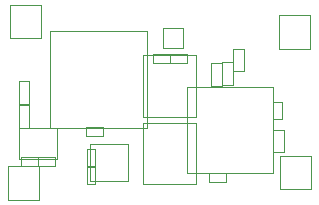
<source format=gbr>
G04 #@! TF.GenerationSoftware,KiCad,Pcbnew,(5.1.6)-1*
G04 #@! TF.CreationDate,2021-12-03T12:33:41+01:00*
G04 #@! TF.ProjectId,USBEMBEDED,55534245-4d42-4454-9445-442e6b696361,rev?*
G04 #@! TF.SameCoordinates,Original*
G04 #@! TF.FileFunction,Other,User*
%FSLAX46Y46*%
G04 Gerber Fmt 4.6, Leading zero omitted, Abs format (unit mm)*
G04 Created by KiCad (PCBNEW (5.1.6)-1) date 2021-12-03 12:33:41*
%MOMM*%
%LPD*%
G01*
G04 APERTURE LIST*
%ADD10C,0.050000*%
%ADD11C,0.100000*%
G04 APERTURE END LIST*
D10*
G04 #@! TO.C,IC4*
X153852000Y-94222000D02*
X155527000Y-94222000D01*
X155527000Y-94222000D02*
X155527000Y-95897000D01*
X155527000Y-95897000D02*
X153852000Y-95897000D01*
X153852000Y-95897000D02*
X153852000Y-94222000D01*
G04 #@! TO.C,TX1*
X163683000Y-95978000D02*
X163683000Y-93142000D01*
X163683000Y-93142000D02*
X166317000Y-93142000D01*
X166317000Y-93142000D02*
X166317000Y-95978000D01*
X166317000Y-95978000D02*
X163683000Y-95978000D01*
G04 #@! TO.C,RX1*
X163743000Y-107878000D02*
X163743000Y-105042000D01*
X163743000Y-105042000D02*
X166377000Y-105042000D01*
X166377000Y-105042000D02*
X166377000Y-107878000D01*
X166377000Y-107878000D02*
X163743000Y-107878000D01*
D11*
G04 #@! TO.C,IC5*
X147670000Y-104080000D02*
X150870000Y-104080000D01*
X150870000Y-104080000D02*
X150870000Y-107180000D01*
X150870000Y-107180000D02*
X147670000Y-107180000D01*
X147670000Y-107180000D02*
X147670000Y-104080000D01*
D10*
G04 #@! TO.C,GND1*
X140863000Y-95118000D02*
X140863000Y-92282000D01*
X140863000Y-92282000D02*
X143497000Y-92282000D01*
X143497000Y-92282000D02*
X143497000Y-95118000D01*
X143497000Y-95118000D02*
X140863000Y-95118000D01*
G04 #@! TO.C,5V+1*
X140713000Y-108778000D02*
X140713000Y-105942000D01*
X140713000Y-105942000D02*
X143347000Y-105942000D01*
X143347000Y-105942000D02*
X143347000Y-108778000D01*
X143347000Y-108778000D02*
X140713000Y-108778000D01*
G04 #@! TO.C,1uF4*
X154445000Y-97180000D02*
X154445000Y-96440000D01*
X155885000Y-97180000D02*
X154445000Y-97180000D01*
X155885000Y-96440000D02*
X155885000Y-97180000D01*
X154445000Y-96440000D02*
X155885000Y-96440000D01*
G04 #@! TO.C,1uF1*
X147360000Y-102610000D02*
X148800000Y-102610000D01*
X148800000Y-102610000D02*
X148800000Y-103350000D01*
X148800000Y-103350000D02*
X147360000Y-103350000D01*
X147360000Y-103350000D02*
X147360000Y-102610000D01*
G04 #@! TO.C,0.1uF3*
X157780000Y-106510000D02*
X159220000Y-106510000D01*
X159220000Y-106510000D02*
X159220000Y-107250000D01*
X159220000Y-107250000D02*
X157780000Y-107250000D01*
X157780000Y-107250000D02*
X157780000Y-106510000D01*
G04 #@! TO.C,PS1*
X144880000Y-105320000D02*
X141680000Y-105320000D01*
X141680000Y-105320000D02*
X141680000Y-102720000D01*
X141680000Y-102720000D02*
X144880000Y-102720000D01*
X144880000Y-102720000D02*
X144880000Y-105320000D01*
G04 #@! TO.C,IC3*
X155875000Y-99245000D02*
X163125000Y-99245000D01*
X163125000Y-99245000D02*
X163125000Y-106495000D01*
X163125000Y-106495000D02*
X155875000Y-106495000D01*
X155875000Y-106495000D02*
X155875000Y-99245000D01*
G04 #@! TO.C,IC2*
X144280000Y-102670000D02*
X144280000Y-94470000D01*
X144280000Y-94470000D02*
X152480000Y-94470000D01*
X152480000Y-94470000D02*
X152480000Y-102670000D01*
X152480000Y-102670000D02*
X144280000Y-102670000D01*
G04 #@! TO.C,22Ohm2*
X142540000Y-98705000D02*
X142540000Y-100655000D01*
X142540000Y-100655000D02*
X141640000Y-100655000D01*
X141640000Y-100655000D02*
X141640000Y-98705000D01*
X141640000Y-98705000D02*
X142540000Y-98705000D01*
G04 #@! TO.C,22Ohm1*
X142540000Y-100755000D02*
X142540000Y-102705000D01*
X142540000Y-102705000D02*
X141640000Y-102705000D01*
X141640000Y-102705000D02*
X141640000Y-100755000D01*
X141640000Y-100755000D02*
X142540000Y-100755000D01*
G04 #@! TO.C,1uF5*
X154445000Y-97180000D02*
X153005000Y-97180000D01*
X153005000Y-97180000D02*
X153005000Y-96440000D01*
X153005000Y-96440000D02*
X154445000Y-96440000D01*
X154445000Y-96440000D02*
X154445000Y-97180000D01*
G04 #@! TO.C,1uF3*
X143230000Y-105920000D02*
X141790000Y-105920000D01*
X141790000Y-105920000D02*
X141790000Y-105180000D01*
X141790000Y-105180000D02*
X143230000Y-105180000D01*
X143230000Y-105180000D02*
X143230000Y-105920000D01*
G04 #@! TO.C,1uF2*
X143270000Y-105180000D02*
X144710000Y-105180000D01*
X144710000Y-105180000D02*
X144710000Y-105920000D01*
X144710000Y-105920000D02*
X143270000Y-105920000D01*
X143270000Y-105920000D02*
X143270000Y-105180000D01*
D11*
G04 #@! TO.C,16Mhz2*
X156610000Y-102240000D02*
X156610000Y-107440000D01*
X156610000Y-107440000D02*
X152160000Y-107440000D01*
X152160000Y-107440000D02*
X152160000Y-102240000D01*
X152160000Y-102240000D02*
X156610000Y-102240000D01*
G04 #@! TO.C,16Mhz1*
X156620000Y-96530000D02*
X156620000Y-101730000D01*
X156620000Y-101730000D02*
X152170000Y-101730000D01*
X152170000Y-101730000D02*
X152170000Y-96530000D01*
X152170000Y-96530000D02*
X156620000Y-96530000D01*
D10*
G04 #@! TO.C,10uF2*
X159800000Y-97860000D02*
X159800000Y-96040000D01*
X159800000Y-96040000D02*
X160720000Y-96040000D01*
X160720000Y-96040000D02*
X160720000Y-97860000D01*
X160720000Y-97860000D02*
X159800000Y-97860000D01*
G04 #@! TO.C,10uF1*
X164100000Y-102900000D02*
X164100000Y-104720000D01*
X164100000Y-104720000D02*
X163180000Y-104720000D01*
X163180000Y-104720000D02*
X163180000Y-102900000D01*
X163180000Y-102900000D02*
X164100000Y-102900000D01*
G04 #@! TO.C,10KOhm1*
X158810000Y-97185000D02*
X158810000Y-99135000D01*
X158810000Y-99135000D02*
X157910000Y-99135000D01*
X157910000Y-99135000D02*
X157910000Y-97185000D01*
X157910000Y-97185000D02*
X158810000Y-97185000D01*
G04 #@! TO.C,10KOhm2*
X158880000Y-99045000D02*
X158880000Y-97095000D01*
X158880000Y-97095000D02*
X159780000Y-97095000D01*
X159780000Y-97095000D02*
X159780000Y-99045000D01*
X159780000Y-99045000D02*
X158880000Y-99045000D01*
G04 #@! TO.C,0.1uF4*
X163140000Y-101900000D02*
X163140000Y-100460000D01*
X163140000Y-100460000D02*
X163880000Y-100460000D01*
X163880000Y-100460000D02*
X163880000Y-101900000D01*
X163880000Y-101900000D02*
X163140000Y-101900000D01*
G04 #@! TO.C,0.1uF2*
X148120000Y-104510000D02*
X148120000Y-105950000D01*
X148120000Y-105950000D02*
X147380000Y-105950000D01*
X147380000Y-105950000D02*
X147380000Y-104510000D01*
X147380000Y-104510000D02*
X148120000Y-104510000D01*
G04 #@! TO.C,0.1uF1*
X147390000Y-107405000D02*
X147390000Y-105965000D01*
X147390000Y-105965000D02*
X148130000Y-105965000D01*
X148130000Y-105965000D02*
X148130000Y-107405000D01*
X148130000Y-107405000D02*
X147390000Y-107405000D01*
G04 #@! TD*
M02*

</source>
